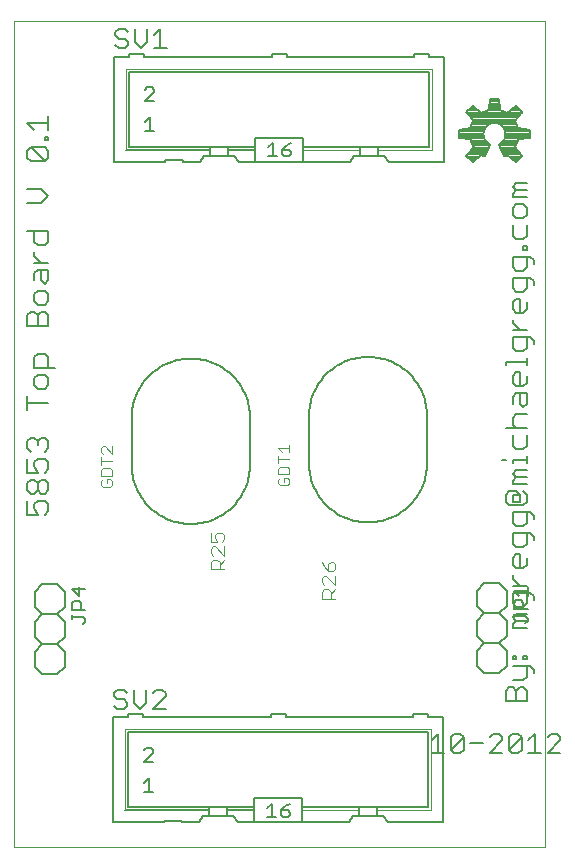
<source format=gto>
G75*
G70*
%OFA0B0*%
%FSLAX24Y24*%
%IPPOS*%
%LPD*%
%AMOC8*
5,1,8,0,0,1.08239X$1,22.5*
%
%ADD10C,0.0000*%
%ADD11C,0.0079*%
%ADD12C,0.0060*%
%ADD13C,0.0050*%
%ADD14C,0.0030*%
%ADD15C,0.0020*%
%ADD16C,0.0070*%
%ADD17C,0.0040*%
D10*
X000100Y000100D02*
X000100Y027659D01*
X017817Y027659D01*
X017817Y000100D01*
X000100Y000100D01*
D11*
X015396Y022949D02*
X015193Y023152D01*
X015435Y023449D01*
X015392Y023528D01*
X015357Y023611D01*
X015332Y023697D01*
X014951Y023736D01*
X014951Y024023D01*
X015332Y024062D01*
X015357Y024148D01*
X015392Y024231D01*
X015435Y024310D01*
X015193Y024607D01*
X015396Y024810D01*
X015693Y024568D01*
X015772Y024611D01*
X015855Y024646D01*
X015941Y024671D01*
X015980Y025052D01*
X016268Y025052D01*
X016306Y024671D01*
X016392Y024646D01*
X016475Y024611D01*
X016554Y024568D01*
X016851Y024810D01*
X017054Y024607D01*
X016812Y024310D01*
X016856Y024231D01*
X016890Y024148D01*
X016915Y024062D01*
X017296Y024023D01*
X017296Y023736D01*
X016915Y023697D01*
X016890Y023611D01*
X016856Y023528D01*
X016812Y023449D01*
X017054Y023152D01*
X016851Y022949D01*
X016554Y023191D01*
X016495Y023158D01*
X016434Y023129D01*
X016265Y023539D01*
X016329Y023573D01*
X016385Y023619D01*
X016431Y023674D01*
X016465Y023738D01*
X016486Y023808D01*
X016493Y023880D01*
X016486Y023952D01*
X016465Y024021D01*
X016431Y024085D01*
X016385Y024141D01*
X016329Y024186D01*
X016265Y024221D01*
X016196Y024242D01*
X016124Y024249D01*
X016052Y024242D01*
X015982Y024221D01*
X015919Y024186D01*
X015863Y024141D01*
X015817Y024085D01*
X015783Y024021D01*
X015762Y023952D01*
X015755Y023880D01*
X015762Y023808D01*
X015783Y023738D01*
X015817Y023674D01*
X015863Y023619D01*
X015919Y023573D01*
X015982Y023539D01*
X015813Y023129D01*
X015752Y023158D01*
X015693Y023191D01*
X015396Y022949D01*
X015382Y022963D02*
X015414Y022963D01*
X015509Y023040D02*
X015305Y023040D01*
X015228Y023118D02*
X015603Y023118D01*
X015354Y023349D02*
X015904Y023349D01*
X015872Y023272D02*
X015291Y023272D01*
X015228Y023195D02*
X015840Y023195D01*
X015936Y023427D02*
X015417Y023427D01*
X015405Y023504D02*
X015968Y023504D01*
X015908Y023581D02*
X015370Y023581D01*
X015344Y023658D02*
X015830Y023658D01*
X015784Y023736D02*
X014952Y023736D01*
X014951Y023813D02*
X015761Y023813D01*
X015756Y023890D02*
X014951Y023890D01*
X014951Y023967D02*
X015766Y023967D01*
X015795Y024045D02*
X015159Y024045D01*
X015350Y024122D02*
X015847Y024122D01*
X015942Y024199D02*
X015378Y024199D01*
X015417Y024276D02*
X016831Y024276D01*
X016848Y024353D02*
X015399Y024353D01*
X015336Y024431D02*
X016911Y024431D01*
X016974Y024508D02*
X015273Y024508D01*
X015210Y024585D02*
X015672Y024585D01*
X015724Y024585D02*
X016523Y024585D01*
X016575Y024585D02*
X017037Y024585D01*
X016999Y024662D02*
X016670Y024662D01*
X016764Y024740D02*
X016921Y024740D01*
X016869Y024199D02*
X016305Y024199D01*
X016400Y024122D02*
X016898Y024122D01*
X017089Y024045D02*
X016452Y024045D01*
X016481Y023967D02*
X017296Y023967D01*
X017296Y023890D02*
X016492Y023890D01*
X016486Y023813D02*
X017296Y023813D01*
X017296Y023736D02*
X016463Y023736D01*
X016417Y023658D02*
X016904Y023658D01*
X016878Y023581D02*
X016339Y023581D01*
X016279Y023504D02*
X016842Y023504D01*
X016831Y023427D02*
X016311Y023427D01*
X016343Y023349D02*
X016894Y023349D01*
X016957Y023272D02*
X016375Y023272D01*
X016407Y023195D02*
X017020Y023195D01*
X017020Y023118D02*
X016644Y023118D01*
X016738Y023040D02*
X016942Y023040D01*
X016865Y022963D02*
X016833Y022963D01*
X016335Y024662D02*
X015912Y024662D01*
X015948Y024740D02*
X016299Y024740D01*
X016291Y024817D02*
X015956Y024817D01*
X015964Y024894D02*
X016284Y024894D01*
X016276Y024971D02*
X015972Y024971D01*
X015979Y025049D02*
X016268Y025049D01*
X015578Y024662D02*
X015249Y024662D01*
X015326Y024740D02*
X015483Y024740D01*
D12*
X016846Y022235D02*
X017196Y022235D01*
X017196Y022001D02*
X016846Y022001D01*
X016729Y022118D01*
X016846Y022235D01*
X016846Y022001D02*
X016729Y021884D01*
X016729Y021768D01*
X017196Y021768D01*
X017079Y021535D02*
X016846Y021535D01*
X016729Y021418D01*
X016729Y021185D01*
X016846Y021068D01*
X017079Y021068D01*
X017196Y021185D01*
X017196Y021418D01*
X017079Y021535D01*
X017196Y020835D02*
X017196Y020485D01*
X017079Y020368D01*
X016846Y020368D01*
X016729Y020485D01*
X016729Y020835D01*
X017079Y020135D02*
X017196Y020135D01*
X017196Y020018D01*
X017079Y020018D01*
X017079Y020135D01*
X017196Y019785D02*
X017196Y019435D01*
X017079Y019318D01*
X016846Y019318D01*
X016729Y019435D01*
X016729Y019785D01*
X017313Y019785D01*
X017430Y019669D01*
X017430Y019552D01*
X017313Y019086D02*
X016729Y019086D01*
X016729Y018735D01*
X016846Y018619D01*
X017079Y018619D01*
X017196Y018735D01*
X017196Y019086D01*
X017313Y019086D02*
X017430Y018969D01*
X017430Y018852D01*
X017196Y018269D02*
X017196Y018036D01*
X017079Y017919D01*
X016846Y017919D01*
X016729Y018036D01*
X016729Y018269D01*
X016846Y018386D01*
X016962Y018386D01*
X016962Y017919D01*
X016729Y017686D02*
X016729Y017569D01*
X016962Y017336D01*
X016729Y017336D02*
X017196Y017336D01*
X017196Y017103D02*
X017196Y016753D01*
X017079Y016636D01*
X016846Y016636D01*
X016729Y016753D01*
X016729Y017103D01*
X017313Y017103D01*
X017430Y016986D01*
X017430Y016869D01*
X017196Y016403D02*
X017196Y016169D01*
X017196Y016286D02*
X016495Y016286D01*
X016495Y016169D01*
X016729Y015820D02*
X016846Y015937D01*
X016962Y015937D01*
X016962Y015469D01*
X016846Y015469D02*
X017079Y015469D01*
X017196Y015586D01*
X017196Y015820D01*
X016846Y015469D02*
X016729Y015586D01*
X016729Y015820D01*
X016846Y015237D02*
X016729Y015120D01*
X016729Y014886D01*
X016846Y014537D02*
X017196Y014537D01*
X017079Y014770D02*
X016962Y014886D01*
X016962Y015237D01*
X016846Y015237D02*
X017196Y015237D01*
X017196Y014886D01*
X017079Y014770D01*
X016846Y014537D02*
X016729Y014420D01*
X016729Y014187D01*
X016846Y014070D01*
X016729Y013837D02*
X016729Y013487D01*
X016846Y013370D01*
X017079Y013370D01*
X017196Y013487D01*
X017196Y013837D01*
X017196Y014070D02*
X016495Y014070D01*
X016495Y013020D02*
X016379Y013020D01*
X016729Y013020D02*
X017196Y013020D01*
X017196Y012904D02*
X017196Y013137D01*
X017196Y012671D02*
X016846Y012671D01*
X016729Y012554D01*
X016846Y012437D01*
X017196Y012437D01*
X017196Y012204D02*
X016729Y012204D01*
X016729Y012321D01*
X016846Y012437D01*
X016846Y011971D02*
X016612Y011971D01*
X016495Y011854D01*
X016495Y011621D01*
X016612Y011504D01*
X017079Y011504D01*
X017196Y011621D01*
X017196Y011854D01*
X017079Y011971D01*
X016962Y011854D02*
X016729Y011854D01*
X016729Y011621D01*
X016962Y011621D01*
X016962Y011854D01*
X016846Y011971D01*
X016729Y011271D02*
X016729Y010921D01*
X016846Y010804D01*
X017079Y010804D01*
X017196Y010921D01*
X017196Y011271D01*
X017313Y011271D02*
X016729Y011271D01*
X016729Y010571D02*
X016729Y010221D01*
X016846Y010104D01*
X017079Y010104D01*
X017196Y010221D01*
X017196Y010571D01*
X017313Y010571D02*
X017430Y010455D01*
X017430Y010338D01*
X017313Y010571D02*
X016729Y010571D01*
X016846Y009872D02*
X016729Y009755D01*
X016729Y009521D01*
X016846Y009405D01*
X017079Y009405D01*
X017196Y009521D01*
X017196Y009755D01*
X016962Y009872D02*
X016962Y009405D01*
X016729Y009172D02*
X016729Y009055D01*
X016962Y008821D01*
X016729Y008821D02*
X017196Y008821D01*
X017196Y008589D02*
X017196Y008238D01*
X017079Y008122D01*
X016846Y008122D01*
X016729Y008238D01*
X016729Y008589D01*
X017313Y008589D01*
X017430Y008472D01*
X017430Y008355D01*
X017196Y007889D02*
X016846Y007889D01*
X016729Y007772D01*
X016846Y007655D01*
X017196Y007655D01*
X017196Y007422D02*
X016729Y007422D01*
X016729Y007539D01*
X016846Y007655D01*
X016533Y007649D02*
X016533Y007149D01*
X016283Y006899D01*
X016533Y006649D01*
X016533Y006149D01*
X016283Y005899D01*
X015783Y005899D01*
X015533Y006149D01*
X015533Y006649D01*
X015783Y006899D01*
X015533Y007149D01*
X015533Y007649D01*
X015783Y007899D01*
X015533Y008149D01*
X015533Y008649D01*
X015783Y008899D01*
X016283Y008899D01*
X016533Y008649D01*
X016533Y008149D01*
X016283Y007899D01*
X016533Y007649D01*
X016283Y007899D02*
X015783Y007899D01*
X015783Y006899D02*
X016283Y006899D01*
X016729Y006489D02*
X016729Y006372D01*
X016846Y006372D01*
X016846Y006489D01*
X016729Y006489D01*
X016729Y006139D02*
X017313Y006139D01*
X017430Y006023D01*
X017430Y005906D01*
X017196Y005789D02*
X017196Y006139D01*
X017196Y006372D02*
X017079Y006372D01*
X017079Y006489D01*
X017196Y006489D01*
X017196Y006372D01*
X017196Y005789D02*
X017079Y005672D01*
X016729Y005672D01*
X016729Y005440D02*
X016846Y005323D01*
X016846Y004973D01*
X016846Y005323D02*
X016962Y005440D01*
X017079Y005440D01*
X017196Y005323D01*
X017196Y004973D01*
X016495Y004973D01*
X016495Y005323D01*
X016612Y005440D01*
X016729Y005440D01*
X016713Y003881D02*
X016926Y003881D01*
X017033Y003774D01*
X016606Y003347D01*
X016713Y003240D01*
X016926Y003240D01*
X017033Y003347D01*
X017033Y003774D01*
X017250Y003667D02*
X017464Y003881D01*
X017464Y003240D01*
X017677Y003240D02*
X017250Y003240D01*
X016606Y003347D02*
X016606Y003774D01*
X016713Y003881D01*
X016388Y003774D02*
X016282Y003881D01*
X016068Y003881D01*
X015961Y003774D01*
X015744Y003561D02*
X015317Y003561D01*
X015099Y003774D02*
X015099Y003347D01*
X014992Y003240D01*
X014779Y003240D01*
X014672Y003347D01*
X015099Y003774D01*
X014992Y003881D01*
X014779Y003881D01*
X014672Y003774D01*
X014672Y003347D01*
X014455Y003240D02*
X014028Y003240D01*
X014241Y003240D02*
X014241Y003881D01*
X014028Y003667D01*
X015961Y003240D02*
X016388Y003667D01*
X016388Y003774D01*
X016388Y003240D02*
X015961Y003240D01*
X017895Y003240D02*
X018322Y003667D01*
X018322Y003774D01*
X018215Y003881D01*
X018002Y003881D01*
X017895Y003774D01*
X017895Y003240D02*
X018322Y003240D01*
X016962Y009872D02*
X016846Y009872D01*
X017430Y011038D02*
X017430Y011154D01*
X017313Y011271D01*
X016729Y012904D02*
X016729Y013020D01*
X001797Y008626D02*
X001797Y008126D01*
X001547Y007876D01*
X001797Y007626D01*
X001797Y007126D01*
X001547Y006876D01*
X001797Y006626D01*
X001797Y006126D01*
X001547Y005876D01*
X001047Y005876D01*
X000797Y006126D01*
X000797Y006626D01*
X001047Y006876D01*
X000797Y007126D01*
X000797Y007626D01*
X001047Y007876D01*
X000797Y008126D01*
X000797Y008626D01*
X001047Y008876D01*
X001547Y008876D01*
X001797Y008626D01*
X001547Y007876D02*
X001047Y007876D01*
X001047Y006876D02*
X001547Y006876D01*
X001134Y011193D02*
X001251Y011310D01*
X001251Y011543D01*
X001134Y011660D01*
X000901Y011660D01*
X000784Y011543D01*
X000784Y011427D01*
X000901Y011193D01*
X000551Y011193D01*
X000551Y011660D01*
X000667Y011893D02*
X000784Y011893D01*
X000901Y012010D01*
X000901Y012243D01*
X001018Y012360D01*
X001134Y012360D01*
X001251Y012243D01*
X001251Y012010D01*
X001134Y011893D01*
X001018Y011893D01*
X000901Y012010D01*
X000901Y012243D02*
X000784Y012360D01*
X000667Y012360D01*
X000551Y012243D01*
X000551Y012010D01*
X000667Y011893D01*
X000551Y012593D02*
X000901Y012593D01*
X000784Y012826D01*
X000784Y012943D01*
X000901Y013060D01*
X001134Y013060D01*
X001251Y012943D01*
X001251Y012709D01*
X001134Y012593D01*
X001134Y013292D02*
X001251Y013409D01*
X001251Y013643D01*
X001134Y013759D01*
X001018Y013759D01*
X000901Y013643D01*
X000901Y013526D01*
X000901Y013643D02*
X000784Y013759D01*
X000667Y013759D01*
X000551Y013643D01*
X000551Y013409D01*
X000667Y013292D01*
X000551Y013060D02*
X000551Y012593D01*
X000551Y014692D02*
X000551Y015159D01*
X000551Y014926D02*
X001251Y014926D01*
X001134Y015392D02*
X000901Y015392D01*
X000784Y015509D01*
X000784Y015742D01*
X000901Y015859D01*
X001134Y015859D01*
X001251Y015742D01*
X001251Y015509D01*
X001134Y015392D01*
X001251Y016092D02*
X001251Y016442D01*
X001134Y016559D01*
X000901Y016559D01*
X000784Y016442D01*
X000784Y016092D01*
X001485Y016092D01*
X001251Y017491D02*
X000551Y017491D01*
X000551Y017841D01*
X000667Y017958D01*
X000784Y017958D01*
X000901Y017841D01*
X000901Y017491D01*
X001251Y017491D02*
X001251Y017841D01*
X001134Y017958D01*
X001018Y017958D01*
X000901Y017841D01*
X000901Y018191D02*
X000784Y018308D01*
X000784Y018541D01*
X000901Y018658D01*
X001134Y018658D01*
X001251Y018541D01*
X001251Y018308D01*
X001134Y018191D01*
X000901Y018191D01*
X001134Y018891D02*
X001018Y019008D01*
X001018Y019358D01*
X000901Y019358D02*
X001251Y019358D01*
X001251Y019008D01*
X001134Y018891D01*
X000784Y019241D02*
X000901Y019358D01*
X000784Y019241D02*
X000784Y019008D01*
X000784Y019591D02*
X001251Y019591D01*
X001018Y019591D02*
X000784Y019824D01*
X000784Y019941D01*
X000901Y020174D02*
X000784Y020290D01*
X000784Y020641D01*
X000551Y020641D02*
X001251Y020641D01*
X001251Y020290D01*
X001134Y020174D01*
X000901Y020174D01*
X001018Y021573D02*
X000551Y021573D01*
X001018Y021573D02*
X001251Y021807D01*
X001018Y022040D01*
X000551Y022040D01*
X000667Y022973D02*
X000551Y023090D01*
X000551Y023323D01*
X000667Y023440D01*
X001134Y022973D01*
X001251Y023090D01*
X001251Y023323D01*
X001134Y023440D01*
X000667Y023440D01*
X000667Y022973D02*
X001134Y022973D01*
X001134Y023673D02*
X001134Y023789D01*
X001251Y023789D01*
X001251Y023673D01*
X001134Y023673D01*
X001251Y024023D02*
X001251Y024490D01*
X001251Y024256D02*
X000551Y024256D01*
X000784Y024023D01*
D13*
X003458Y022956D02*
X005158Y022956D01*
X005158Y023006D01*
X005758Y023006D01*
X005758Y022956D01*
X006308Y022956D01*
X006458Y023156D01*
X006658Y023156D01*
X007258Y023156D01*
X007458Y023156D01*
X007608Y022956D01*
X008158Y022956D01*
X008158Y023356D01*
X007258Y023356D01*
X007258Y023456D01*
X006658Y023456D01*
X003958Y023456D01*
X003958Y025956D01*
X013958Y025956D01*
X013958Y023456D01*
X012258Y023456D01*
X011658Y023456D01*
X009758Y023456D01*
X009758Y023356D01*
X009758Y022956D01*
X008158Y022956D01*
X008158Y023356D02*
X008158Y023456D01*
X007258Y023456D01*
X007258Y023356D02*
X007258Y023156D01*
X006658Y023156D02*
X006658Y023356D01*
X006658Y023456D01*
X006658Y023356D02*
X003858Y023356D01*
X003458Y022956D02*
X003458Y026456D01*
X003958Y026456D01*
X003958Y026556D01*
X004458Y026556D01*
X004458Y026456D01*
X008708Y026456D01*
X008708Y026556D01*
X009208Y026556D01*
X009208Y026456D01*
X013458Y026456D01*
X013458Y026556D01*
X013958Y026556D01*
X013958Y026456D01*
X014458Y026456D01*
X014458Y022956D01*
X012608Y022956D01*
X012458Y023156D01*
X012258Y023156D01*
X011658Y023156D01*
X011458Y023156D01*
X011308Y022956D01*
X009758Y022956D01*
X009758Y023456D02*
X009758Y023756D01*
X008158Y023756D01*
X008158Y023456D01*
X008583Y023432D02*
X008733Y023582D01*
X008733Y023131D01*
X008583Y023131D02*
X008884Y023131D01*
X009044Y023206D02*
X009044Y023356D01*
X009269Y023356D01*
X009344Y023281D01*
X009344Y023206D01*
X009269Y023131D01*
X009119Y023131D01*
X009044Y023206D01*
X009044Y023356D02*
X009194Y023507D01*
X009344Y023582D01*
X011658Y023456D02*
X011658Y023356D01*
X011658Y023156D01*
X012258Y023156D02*
X012258Y023356D01*
X012258Y023456D01*
X011911Y016443D02*
X011817Y016441D01*
X011724Y016434D01*
X011631Y016423D01*
X011538Y016407D01*
X011447Y016387D01*
X011356Y016363D01*
X011267Y016335D01*
X011179Y016302D01*
X011093Y016265D01*
X011009Y016224D01*
X010926Y016179D01*
X010846Y016130D01*
X010769Y016078D01*
X010694Y016022D01*
X010622Y015962D01*
X010552Y015899D01*
X010486Y015833D01*
X010423Y015763D01*
X010363Y015691D01*
X010307Y015616D01*
X010255Y015539D01*
X010206Y015459D01*
X010161Y015376D01*
X010120Y015292D01*
X010083Y015206D01*
X010050Y015118D01*
X010022Y015029D01*
X009998Y014938D01*
X009978Y014847D01*
X009962Y014754D01*
X009951Y014661D01*
X009944Y014568D01*
X009942Y014474D01*
X009943Y014474D02*
X009943Y012899D01*
X009942Y012899D02*
X009944Y012805D01*
X009951Y012712D01*
X009962Y012619D01*
X009978Y012526D01*
X009998Y012435D01*
X010022Y012344D01*
X010050Y012255D01*
X010083Y012167D01*
X010120Y012081D01*
X010161Y011997D01*
X010206Y011915D01*
X010255Y011834D01*
X010307Y011757D01*
X010363Y011682D01*
X010423Y011610D01*
X010486Y011540D01*
X010552Y011474D01*
X010622Y011411D01*
X010694Y011351D01*
X010769Y011295D01*
X010846Y011243D01*
X010926Y011194D01*
X011009Y011149D01*
X011093Y011108D01*
X011179Y011071D01*
X011267Y011038D01*
X011356Y011010D01*
X011447Y010986D01*
X011538Y010966D01*
X011631Y010950D01*
X011724Y010939D01*
X011817Y010932D01*
X011911Y010930D01*
X012005Y010932D01*
X012098Y010939D01*
X012191Y010950D01*
X012284Y010966D01*
X012375Y010986D01*
X012466Y011010D01*
X012555Y011038D01*
X012643Y011071D01*
X012729Y011108D01*
X012813Y011149D01*
X012896Y011194D01*
X012976Y011243D01*
X013053Y011295D01*
X013128Y011351D01*
X013200Y011411D01*
X013270Y011474D01*
X013336Y011540D01*
X013399Y011610D01*
X013459Y011682D01*
X013515Y011757D01*
X013567Y011834D01*
X013616Y011915D01*
X013661Y011997D01*
X013702Y012081D01*
X013739Y012167D01*
X013772Y012255D01*
X013800Y012344D01*
X013824Y012435D01*
X013844Y012526D01*
X013860Y012619D01*
X013871Y012712D01*
X013878Y012805D01*
X013880Y012899D01*
X013880Y014474D01*
X013878Y014568D01*
X013871Y014661D01*
X013860Y014754D01*
X013844Y014847D01*
X013824Y014938D01*
X013800Y015029D01*
X013772Y015118D01*
X013739Y015206D01*
X013702Y015292D01*
X013661Y015376D01*
X013616Y015458D01*
X013567Y015539D01*
X013515Y015616D01*
X013459Y015691D01*
X013399Y015763D01*
X013336Y015833D01*
X013270Y015899D01*
X013200Y015962D01*
X013128Y016022D01*
X013053Y016078D01*
X012976Y016130D01*
X012895Y016179D01*
X012813Y016224D01*
X012729Y016265D01*
X012643Y016302D01*
X012555Y016335D01*
X012466Y016363D01*
X012375Y016387D01*
X012284Y016407D01*
X012191Y016423D01*
X012098Y016434D01*
X012005Y016441D01*
X011911Y016443D01*
X007974Y014423D02*
X007974Y012848D01*
X006006Y010879D02*
X005912Y010881D01*
X005819Y010888D01*
X005726Y010899D01*
X005633Y010915D01*
X005542Y010935D01*
X005451Y010959D01*
X005362Y010987D01*
X005274Y011020D01*
X005188Y011057D01*
X005104Y011098D01*
X005021Y011143D01*
X004941Y011192D01*
X004864Y011244D01*
X004789Y011300D01*
X004717Y011360D01*
X004647Y011423D01*
X004581Y011489D01*
X004518Y011559D01*
X004458Y011631D01*
X004402Y011706D01*
X004350Y011783D01*
X004301Y011864D01*
X004256Y011946D01*
X004215Y012030D01*
X004178Y012116D01*
X004145Y012204D01*
X004117Y012293D01*
X004093Y012384D01*
X004073Y012475D01*
X004057Y012568D01*
X004046Y012661D01*
X004039Y012754D01*
X004037Y012848D01*
X004037Y014423D01*
X004039Y014517D01*
X004046Y014610D01*
X004057Y014703D01*
X004073Y014796D01*
X004093Y014887D01*
X004117Y014978D01*
X004145Y015067D01*
X004178Y015155D01*
X004215Y015241D01*
X004256Y015325D01*
X004301Y015408D01*
X004350Y015488D01*
X004402Y015565D01*
X004458Y015640D01*
X004518Y015712D01*
X004581Y015782D01*
X004647Y015848D01*
X004717Y015911D01*
X004789Y015971D01*
X004864Y016027D01*
X004941Y016079D01*
X005021Y016128D01*
X005104Y016173D01*
X005188Y016214D01*
X005274Y016251D01*
X005362Y016284D01*
X005451Y016312D01*
X005542Y016336D01*
X005633Y016356D01*
X005726Y016372D01*
X005819Y016383D01*
X005912Y016390D01*
X006006Y016392D01*
X006100Y016390D01*
X006193Y016383D01*
X006286Y016372D01*
X006379Y016356D01*
X006470Y016336D01*
X006561Y016312D01*
X006650Y016284D01*
X006738Y016251D01*
X006824Y016214D01*
X006908Y016173D01*
X006990Y016128D01*
X007071Y016079D01*
X007148Y016027D01*
X007223Y015971D01*
X007295Y015911D01*
X007365Y015848D01*
X007431Y015782D01*
X007494Y015712D01*
X007554Y015640D01*
X007610Y015565D01*
X007662Y015488D01*
X007711Y015407D01*
X007756Y015325D01*
X007797Y015241D01*
X007834Y015155D01*
X007867Y015067D01*
X007895Y014978D01*
X007919Y014887D01*
X007939Y014796D01*
X007955Y014703D01*
X007966Y014610D01*
X007973Y014517D01*
X007975Y014423D01*
X007975Y012848D02*
X007973Y012754D01*
X007966Y012661D01*
X007955Y012568D01*
X007939Y012475D01*
X007919Y012384D01*
X007895Y012293D01*
X007867Y012204D01*
X007834Y012116D01*
X007797Y012030D01*
X007756Y011946D01*
X007711Y011864D01*
X007662Y011783D01*
X007610Y011706D01*
X007554Y011631D01*
X007494Y011559D01*
X007431Y011489D01*
X007365Y011423D01*
X007295Y011360D01*
X007223Y011300D01*
X007148Y011244D01*
X007071Y011192D01*
X006991Y011143D01*
X006908Y011098D01*
X006824Y011057D01*
X006738Y011020D01*
X006650Y010987D01*
X006561Y010959D01*
X006470Y010935D01*
X006379Y010915D01*
X006286Y010899D01*
X006193Y010888D01*
X006100Y010881D01*
X006006Y010879D01*
X002492Y008695D02*
X002041Y008695D01*
X002267Y008470D01*
X002267Y008770D01*
X002267Y008310D02*
X002117Y008310D01*
X002041Y008235D01*
X002041Y008010D01*
X002492Y008010D01*
X002342Y008010D02*
X002342Y008235D01*
X002267Y008310D01*
X002041Y007850D02*
X002041Y007700D01*
X002041Y007775D02*
X002417Y007775D01*
X002492Y007700D01*
X002492Y007624D01*
X002417Y007549D01*
X003919Y004529D02*
X003919Y004429D01*
X003419Y004429D01*
X003419Y000929D01*
X005119Y000929D01*
X005119Y000979D01*
X005719Y000979D01*
X005719Y000929D01*
X006269Y000929D01*
X006419Y001129D01*
X006619Y001129D01*
X007219Y001129D01*
X007419Y001129D01*
X007569Y000929D01*
X008119Y000929D01*
X008119Y001329D01*
X007219Y001329D01*
X007219Y001429D01*
X006619Y001429D01*
X003919Y001429D01*
X003919Y003929D01*
X013919Y003929D01*
X013919Y001429D01*
X012219Y001429D01*
X011619Y001429D01*
X009719Y001429D01*
X009719Y001329D01*
X009719Y000929D01*
X008119Y000929D01*
X008119Y001329D02*
X008119Y001429D01*
X007219Y001429D01*
X007219Y001329D02*
X007219Y001129D01*
X006619Y001129D02*
X006619Y001329D01*
X006619Y001429D01*
X006619Y001329D02*
X003819Y001329D01*
X004444Y001954D02*
X004744Y001954D01*
X004594Y001954D02*
X004594Y002404D01*
X004444Y002254D01*
X004444Y002954D02*
X004744Y003254D01*
X004744Y003329D01*
X004669Y003404D01*
X004519Y003404D01*
X004444Y003329D01*
X004444Y002954D02*
X004744Y002954D01*
X004419Y004429D02*
X008669Y004429D01*
X008669Y004529D01*
X009169Y004529D01*
X009169Y004429D01*
X013419Y004429D01*
X013419Y004529D01*
X013919Y004529D01*
X013919Y004429D01*
X014419Y004429D01*
X014419Y000929D01*
X012569Y000929D01*
X012419Y001129D01*
X012219Y001129D01*
X011619Y001129D01*
X011419Y001129D01*
X011269Y000929D01*
X009719Y000929D01*
X009719Y001429D02*
X009719Y001729D01*
X008119Y001729D01*
X008119Y001429D01*
X008544Y001404D02*
X008694Y001554D01*
X008694Y001104D01*
X008544Y001104D02*
X008844Y001104D01*
X009004Y001179D02*
X009079Y001104D01*
X009229Y001104D01*
X009305Y001179D01*
X009305Y001254D01*
X009229Y001329D01*
X009004Y001329D01*
X009004Y001179D01*
X009004Y001329D02*
X009154Y001479D01*
X009305Y001554D01*
X011619Y001429D02*
X011619Y001329D01*
X011619Y001129D01*
X012219Y001129D02*
X012219Y001329D01*
X012219Y001429D01*
X016778Y007723D02*
X016778Y007873D01*
X016778Y007798D02*
X017153Y007798D01*
X017228Y007723D01*
X017228Y007648D01*
X017153Y007573D01*
X017078Y008033D02*
X017078Y008259D01*
X017003Y008334D01*
X016853Y008334D01*
X016778Y008259D01*
X016778Y008033D01*
X017228Y008033D01*
X017228Y008494D02*
X017228Y008794D01*
X017228Y008644D02*
X016778Y008644D01*
X016928Y008494D01*
X004784Y023981D02*
X004483Y023981D01*
X004633Y023981D02*
X004633Y024432D01*
X004483Y024282D01*
X004483Y024981D02*
X004784Y025282D01*
X004784Y025357D01*
X004708Y025432D01*
X004558Y025432D01*
X004483Y025357D01*
X004483Y024981D02*
X004784Y024981D01*
X004419Y004529D02*
X003919Y004529D01*
X004419Y004529D02*
X004419Y004429D01*
D14*
X003322Y012119D02*
X003076Y012119D01*
X003014Y012181D01*
X003014Y012304D01*
X003076Y012366D01*
X003199Y012366D02*
X003199Y012242D01*
X003199Y012366D02*
X003322Y012366D01*
X003384Y012304D01*
X003384Y012181D01*
X003322Y012119D01*
X003384Y012487D02*
X003384Y012672D01*
X003322Y012734D01*
X003076Y012734D01*
X003014Y012672D01*
X003014Y012487D01*
X003384Y012487D01*
X003384Y012979D02*
X003014Y012979D01*
X003014Y012856D02*
X003014Y013102D01*
X003076Y013224D02*
X003014Y013286D01*
X003014Y013409D01*
X003076Y013471D01*
X003137Y013471D01*
X003384Y013224D01*
X003384Y013471D01*
X008919Y013399D02*
X009290Y013399D01*
X009290Y013522D02*
X009290Y013275D01*
X009290Y013030D02*
X008919Y013030D01*
X008919Y012907D02*
X008919Y013154D01*
X009043Y013275D02*
X008919Y013399D01*
X008981Y012785D02*
X008919Y012724D01*
X008919Y012538D01*
X009290Y012538D01*
X009290Y012724D01*
X009228Y012785D01*
X008981Y012785D01*
X008981Y012417D02*
X008919Y012355D01*
X008919Y012232D01*
X008981Y012170D01*
X009228Y012170D01*
X009290Y012232D01*
X009290Y012355D01*
X009228Y012417D01*
X009105Y012417D01*
X009105Y012294D01*
D15*
X014019Y004029D02*
X003819Y004029D01*
X003819Y001329D01*
X009719Y001329D02*
X011619Y001329D01*
X012219Y001329D02*
X014019Y001329D01*
X014019Y004029D01*
X014058Y023356D02*
X012258Y023356D01*
X011658Y023356D02*
X009758Y023356D01*
X014058Y023356D02*
X014058Y026056D01*
X003858Y026056D01*
X003858Y023356D01*
D16*
X003809Y026741D02*
X003598Y026741D01*
X003493Y026846D01*
X003598Y027057D02*
X003809Y027057D01*
X003914Y026951D01*
X003914Y026846D01*
X003809Y026741D01*
X004138Y026951D02*
X004348Y026741D01*
X004558Y026951D01*
X004558Y027372D01*
X004782Y027162D02*
X004993Y027372D01*
X004993Y026741D01*
X005203Y026741D02*
X004782Y026741D01*
X004138Y026951D02*
X004138Y027372D01*
X003914Y027267D02*
X003809Y027372D01*
X003598Y027372D01*
X003493Y027267D01*
X003493Y027162D01*
X003598Y027057D01*
X003559Y005344D02*
X003454Y005239D01*
X003454Y005134D01*
X003559Y005029D01*
X003769Y005029D01*
X003874Y004924D01*
X003874Y004819D01*
X003769Y004714D01*
X003559Y004714D01*
X003454Y004819D01*
X003559Y005344D02*
X003769Y005344D01*
X003874Y005239D01*
X004098Y005344D02*
X004098Y004924D01*
X004309Y004714D01*
X004519Y004924D01*
X004519Y005344D01*
X004743Y005239D02*
X004848Y005344D01*
X005058Y005344D01*
X005163Y005239D01*
X005163Y005134D01*
X004743Y004714D01*
X005163Y004714D01*
D17*
X006661Y009366D02*
X006661Y009596D01*
X006737Y009673D01*
X006891Y009673D01*
X006967Y009596D01*
X006967Y009366D01*
X006967Y009519D02*
X007121Y009673D01*
X007121Y009826D02*
X006814Y010133D01*
X006737Y010133D01*
X006661Y010056D01*
X006661Y009903D01*
X006737Y009826D01*
X007121Y009826D02*
X007121Y010133D01*
X007044Y010286D02*
X007121Y010363D01*
X007121Y010517D01*
X007044Y010593D01*
X006891Y010593D01*
X006814Y010517D01*
X006814Y010440D01*
X006891Y010286D01*
X006661Y010286D01*
X006661Y010593D01*
X006661Y009366D02*
X007121Y009366D01*
X010362Y009619D02*
X010439Y009465D01*
X010592Y009312D01*
X010592Y009542D01*
X010669Y009619D01*
X010746Y009619D01*
X010823Y009542D01*
X010823Y009388D01*
X010746Y009312D01*
X010592Y009312D01*
X010516Y009158D02*
X010439Y009158D01*
X010362Y009081D01*
X010362Y008928D01*
X010439Y008851D01*
X010439Y008698D02*
X010592Y008698D01*
X010669Y008621D01*
X010669Y008391D01*
X010669Y008544D02*
X010823Y008698D01*
X010823Y008851D02*
X010516Y009158D01*
X010439Y008698D02*
X010362Y008621D01*
X010362Y008391D01*
X010823Y008391D01*
X010823Y008851D02*
X010823Y009158D01*
M02*

</source>
